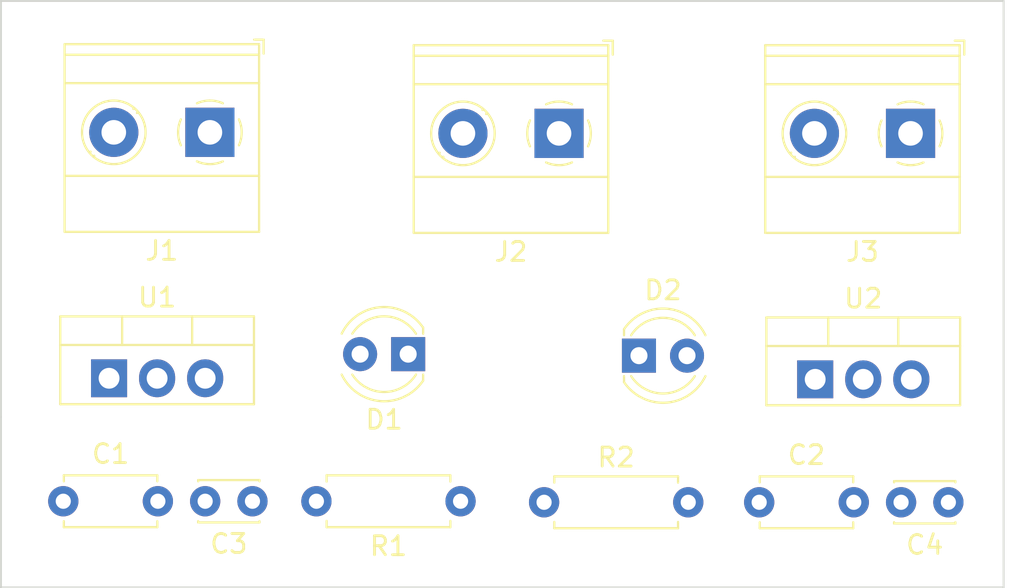
<source format=kicad_pcb>
(kicad_pcb (version 20221018) (generator pcbnew)
  (layers (0 "F.Cu" signal) (31 "B.Cu" signal) (34 "B.Paste" user) (35 "F.Paste" user) (36 "B.SilkS" user "B.Silkscreen") (37 "F.SilkS" user "F.Silkscreen") (38 "B.Mask" user) (39 "F.Mask" user) (44 "Edge.Cuts" user))
  (net 0 "")
  (net 1 "+12V")
  (net 2 "GND")
  (net 3 "/+5V_OUT")
  (net 4 "/+9V_OUT")
  (net 5 "Net-(D1-K)")
  (net 6 "Net-(D2-K)")
  (footprint "Resistor_THT:R_Axial_DIN0207_L6.3mm_D2.5mm_P7.62mm_Horizontal" (layer "F.Cu") (at 115.71 75.5)
    (fp_text reference "R2" (at 3.81 -2.37) (layer "F.SilkS"))
    (fp_text value "330R")
    (fp_line (start 0.54 -1.37) (end 7.08 -1.37) (stroke (width 0.12)) (layer "F.SilkS"))
    (fp_line (start 0.54 -1.04) (end 0.54 -1.37) (stroke (width 0.12)) (layer "F.SilkS"))
    (fp_line (start 0.54 1.04) (end 0.54 1.37) (stroke (width 0.12)) (layer "F.SilkS"))
    (fp_line (start 0.54 1.37) (end 7.08 1.37) (stroke (width 0.12)) (layer "F.SilkS"))
    (fp_line (start 7.08 -1.37) (end 7.08 -1.04) (stroke (width 0.12)) (layer "F.SilkS"))
    (fp_line (start 7.08 1.37) (end 7.08 1.04) (stroke (width 0.12)) (layer "F.SilkS"))
    (pad "1" thru_hole circle (at 0 0) (size 1.6 1.6) (drill 0.8) (layers "*.Cu" "*.Mask") (net 6 "Net-(D2-K)"))
    (pad "2" thru_hole oval (at 7.62 0) (size 1.6 1.6) (drill 0.8) (layers "*.Cu" "*.Mask") (net 2 "GND"))
  )
  (footprint "Capacitor_THT:C_Disc_D3.0mm_W2.0mm_P2.50mm" (layer "F.Cu") (at 100.295 75.445 180)
    (fp_text reference "C3" (at 1.25 -2.25) (layer "F.SilkS"))
    (fp_text value "0.1uF")
    (fp_line (start -0.37 -1.12) (end -0.37 -1.055) (stroke (width 0.12)) (layer "F.SilkS"))
    (fp_line (start -0.37 -1.12) (end 2.87 -1.12) (stroke (width 0.12)) (layer "F.SilkS"))
    (fp_line (start -0.37 1.055) (end -0.37 1.12) (stroke (width 0.12)) (layer "F.SilkS"))
    (fp_line (start -0.37 1.12) (end 2.87 1.12) (stroke (width 0.12)) (layer "F.SilkS"))
    (fp_line (start 2.87 -1.12) (end 2.87 -1.055) (stroke (width 0.12)) (layer "F.SilkS"))
    (fp_line (start 2.87 1.055) (end 2.87 1.12) (stroke (width 0.12)) (layer "F.SilkS"))
    (pad "1" thru_hole circle (at 0 0 180) (size 1.6 1.6) (drill 0.8) (layers "*.Cu" "*.Mask") (net 3 "/+5V_OUT"))
    (pad "2" thru_hole circle (at 2.5 0 180) (size 1.6 1.6) (drill 0.8) (layers "*.Cu" "*.Mask") (net 2 "GND"))
  )
  (footprint "TerminalBlock_Phoenix:TerminalBlock_Phoenix_MKDS-1,5-2-5.08_1x02_P5.08mm_Horizontal" (layer "F.Cu") (at 98.045 55.945 180)
    (fp_text reference "J1" (at 2.54 -6.26) (layer "F.SilkS"))
    (fp_text value "Screw_Terminal_01x02")
    (fp_line (start -2.84 4.16) (end -2.84 4.9) (stroke (width 0.12)) (layer "F.SilkS"))
    (fp_line (start -2.84 4.9) (end -2.34 4.9) (stroke (width 0.12)) (layer "F.SilkS"))
    (fp_line (start -2.6 -5.261) (end -2.6 4.66) (stroke (width 0.12)) (layer "F.SilkS"))
    (fp_line (start -2.6 -5.261) (end 7.68 -5.261) (stroke (width 0.12)) (layer "F.SilkS"))
    (fp_line (start -2.6 -2.301) (end 7.68 -2.301) (stroke (width 0.12)) (layer "F.SilkS"))
    (fp_line (start -2.6 2.6) (end 7.68 2.6) (stroke (width 0.12)) (layer "F.SilkS"))
    (fp_line (start -2.6 4.1) (end 7.68 4.1) (stroke (width 0.12)) (layer "F.SilkS"))
    (fp_line (start -2.6 4.66) (end 7.68 4.66) (stroke (width 0.12)) (layer "F.SilkS"))
    (fp_line (start 3.853 1.023) (end 3.806 1.069) (stroke (width 0.12)) (layer "F.SilkS"))
    (fp_line (start 4.046 1.239) (end 4.011 1.274) (stroke (width 0.12)) (layer "F.SilkS"))
    (fp_line (start 6.15 -1.275) (end 6.115 -1.239) (stroke (width 0.12)) (layer "F.SilkS"))
    (fp_line (start 6.355 -1.069) (end 6.308 -1.023) (stroke (width 0.12)) (layer "F.SilkS"))
    (fp_line (start 7.68 -5.261) (end 7.68 4.66) (stroke (width 0.12)) (layer "F.SilkS"))
    (fp_arc (start -1.535427 0.683042) (mid -1.680501 -0.000524) (end -1.535 -0.684) (stroke (width 0.12)) (layer "F.SilkS"))
    (fp_arc (start -0.683042 -1.535427) (mid 0.000524 -1.680501) (end 0.684 -1.535) (stroke (width 0.12)) (layer "F.SilkS"))
    (fp_arc (start 0.028805 1.680253) (mid -0.335551 1.646659) (end -0.684 1.535) (stroke (width 0.12)) (layer "F.SilkS"))
    (fp_arc (start 0.683318 1.534756) (mid 0.349292 1.643288) (end 0 1.68) (stroke (width 0.12)) (layer "F.SilkS"))
    (fp_arc (start 1.535427 -0.683042) (mid 1.680501 0.000524) (end 1.535 0.684) (stroke (width 0.12)) (layer "F.SilkS"))
    (fp_circle (center 5.08 0) (end 6.76 0) (stroke (width 0.12)) (fill none) (layer "F.SilkS"))
    (pad "1" thru_hole rect (at 0 0 180) (size 2.6 2.6) (drill 1.3) (layers "*.Cu" "*.Mask") (net 3 "/+5V_OUT"))
    (pad "2" thru_hole circle (at 5.08 0 180) (size 2.6 2.6) (drill 1.3) (layers "*.Cu" "*.Mask") (net 2 "GND"))
  )
  (footprint "Package_TO_SOT_THT:TO-220-3_Vertical" (layer "F.Cu") (at 92.715 68.945)
    (fp_text reference "U1" (at 2.54 -4.27) (layer "F.SilkS"))
    (fp_text value "L7805")
    (fp_line (start -2.58 -3.27) (end -2.58 1.371) (stroke (width 0.12)) (layer "F.SilkS"))
    (fp_line (start -2.58 -3.27) (end 7.66 -3.27) (stroke (width 0.12)) (layer "F.SilkS"))
    (fp_line (start -2.58 -1.76) (end 7.66 -1.76) (stroke (width 0.12)) (layer "F.SilkS"))
    (fp_line (start -2.58 1.371) (end 7.66 1.371) (stroke (width 0.12)) (layer "F.SilkS"))
    (fp_line (start 0.69 -3.27) (end 0.69 -1.76) (stroke (width 0.12)) (layer "F.SilkS"))
    (fp_line (start 4.391 -3.27) (end 4.391 -1.76) (stroke (width 0.12)) (layer "F.SilkS"))
    (fp_line (start 7.66 -3.27) (end 7.66 1.371) (stroke (width 0.12)) (layer "F.SilkS"))
    (pad "1" thru_hole rect (at 0 0) (size 1.905 2) (drill 1.1) (layers "*.Cu" "*.Mask") (net 1 "+12V"))
    (pad "2" thru_hole oval (at 2.54 0) (size 1.905 2) (drill 1.1) (layers "*.Cu" "*.Mask") (net 2 "GND"))
    (pad "3" thru_hole oval (at 5.08 0) (size 1.905 2) (drill 1.1) (layers "*.Cu" "*.Mask") (net 3 "/+5V_OUT"))
  )
  (footprint "Package_TO_SOT_THT:TO-220-3_Vertical" (layer "F.Cu") (at 130.04 69)
    (fp_text reference "U2" (at 2.54 -4.27) (layer "F.SilkS"))
    (fp_text value "L7809")
    (fp_line (start -2.58 -3.27) (end -2.58 1.371) (stroke (width 0.12)) (layer "F.SilkS"))
    (fp_line (start -2.58 -3.27) (end 7.66 -3.27) (stroke (width 0.12)) (layer "F.SilkS"))
    (fp_line (start -2.58 -1.76) (end 7.66 -1.76) (stroke (width 0.12)) (layer "F.SilkS"))
    (fp_line (start -2.58 1.371) (end 7.66 1.371) (stroke (width 0.12)) (layer "F.SilkS"))
    (fp_line (start 0.69 -3.27) (end 0.69 -1.76) (stroke (width 0.12)) (layer "F.SilkS"))
    (fp_line (start 4.391 -3.27) (end 4.391 -1.76) (stroke (width 0.12)) (layer "F.SilkS"))
    (fp_line (start 7.66 -3.27) (end 7.66 1.371) (stroke (width 0.12)) (layer "F.SilkS"))
    (pad "1" thru_hole rect (at 0 0) (size 1.905 2) (drill 1.1) (layers "*.Cu" "*.Mask") (net 1 "+12V"))
    (pad "2" thru_hole oval (at 2.54 0) (size 1.905 2) (drill 1.1) (layers "*.Cu" "*.Mask") (net 2 "GND"))
    (pad "3" thru_hole oval (at 5.08 0) (size 1.905 2) (drill 1.1) (layers "*.Cu" "*.Mask") (net 4 "/+9V_OUT"))
  )
  (footprint "LED_THT:LED_D4.0mm" (layer "F.Cu") (at 108.525 67.67 180)
    (fp_text reference "D1" (at 1.27 -3.46) (layer "F.SilkS"))
    (fp_text value "LED")
    (fp_line (start -0.79 -1.399) (end -0.79 -1.08) (stroke (width 0.12)) (layer "F.SilkS"))
    (fp_line (start -0.79 1.08) (end -0.79 1.399) (stroke (width 0.12)) (layer "F.SilkS"))
    (fp_arc (start -0.79 -1.398749) (mid 1.453519 -2.483228) (end 3.513242 -1.080724) (stroke (width 0.12)) (layer "F.SilkS"))
    (fp_arc (start -0.41333 -1.08) (mid 1.269429 -2) (end 2.952713 -1.080961) (stroke (width 0.12)) (layer "F.SilkS"))
    (fp_arc (start 2.952713 1.080961) (mid 1.269429 2) (end -0.41333 1.08) (stroke (width 0.12)) (layer "F.SilkS"))
    (fp_arc (start 3.513242 1.080724) (mid 1.453519 2.483228) (end -0.79 1.398749) (stroke (width 0.12)) (layer "F.SilkS"))
    (pad "1" thru_hole rect (at 0 0 180) (size 1.8 1.8) (drill 0.9) (layers "*.Cu" "*.Mask") (net 5 "Net-(D1-K)"))
    (pad "2" thru_hole circle (at 2.54 0 180) (size 1.8 1.8) (drill 0.9) (layers "*.Cu" "*.Mask") (net 3 "/+5V_OUT"))
  )
  (footprint "Resistor_THT:R_Axial_DIN0207_L6.3mm_D2.5mm_P7.62mm_Horizontal" (layer "F.Cu") (at 111.295 75.445 180)
    (fp_text reference "R1" (at 3.81 -2.37 180) (layer "F.SilkS"))
    (fp_text value "1k")
    (fp_line (start 0.54 -1.37) (end 7.08 -1.37) (stroke (width 0.12)) (layer "F.SilkS"))
    (fp_line (start 0.54 -1.04) (end 0.54 -1.37) (stroke (width 0.12)) (layer "F.SilkS"))
    (fp_line (start 0.54 1.04) (end 0.54 1.37) (stroke (width 0.12)) (layer "F.SilkS"))
    (fp_line (start 0.54 1.37) (end 7.08 1.37) (stroke (width 0.12)) (layer "F.SilkS"))
    (fp_line (start 7.08 -1.37) (end 7.08 -1.04) (stroke (width 0.12)) (layer "F.SilkS"))
    (fp_line (start 7.08 1.37) (end 7.08 1.04) (stroke (width 0.12)) (layer "F.SilkS"))
    (pad "1" thru_hole circle (at 0 0 180) (size 1.6 1.6) (drill 0.8) (layers "*.Cu" "*.Mask") (net 5 "Net-(D1-K)"))
    (pad "2" thru_hole oval (at 7.62 0 180) (size 1.6 1.6) (drill 0.8) (layers "*.Cu" "*.Mask") (net 2 "GND"))
  )
  (footprint "LED_THT:LED_D4.0mm" (layer "F.Cu") (at 120.725 67.75)
    (fp_text reference "D2" (at 1.27 -3.46) (layer "F.SilkS"))
    (fp_text value "LED")
    (fp_line (start -0.79 -1.399) (end -0.79 -1.08) (stroke (width 0.12)) (layer "F.SilkS"))
    (fp_line (start -0.79 1.08) (end -0.79 1.399) (stroke (width 0.12)) (layer "F.SilkS"))
    (fp_arc (start -0.79 -1.398749) (mid 1.453519 -2.483228) (end 3.513242 -1.080724) (stroke (width 0.12)) (layer "F.SilkS"))
    (fp_arc (start -0.41333 -1.08) (mid 1.269429 -2) (end 2.952713 -1.080961) (stroke (width 0.12)) (layer "F.SilkS"))
    (fp_arc (start 2.952713 1.080961) (mid 1.269429 2) (end -0.41333 1.08) (stroke (width 0.12)) (layer "F.SilkS"))
    (fp_arc (start 3.513242 1.080724) (mid 1.453519 2.483228) (end -0.79 1.398749) (stroke (width 0.12)) (layer "F.SilkS"))
    (pad "1" thru_hole rect (at 0 0) (size 1.8 1.8) (drill 0.9) (layers "*.Cu" "*.Mask") (net 6 "Net-(D2-K)"))
    (pad "2" thru_hole circle (at 2.54 0) (size 1.8 1.8) (drill 0.9) (layers "*.Cu" "*.Mask") (net 4 "/+9V_OUT"))
  )
  (footprint "TerminalBlock_Phoenix:TerminalBlock_Phoenix_MKDS-1,5-2-5.08_1x02_P5.08mm_Horizontal" (layer "F.Cu") (at 135.08 56 180)
    (fp_text reference "J3" (at 2.54 -6.26) (layer "F.SilkS"))
    (fp_text value "Screw_Terminal_01x02")
    (fp_line (start -2.84 4.16) (end -2.84 4.9) (stroke (width 0.12)) (layer "F.SilkS"))
    (fp_line (start -2.84 4.9) (end -2.34 4.9) (stroke (width 0.12)) (layer "F.SilkS"))
    (fp_line (start -2.6 -5.261) (end -2.6 4.66) (stroke (width 0.12)) (layer "F.SilkS"))
    (fp_line (start -2.6 -5.261) (end 7.68 -5.261) (stroke (width 0.12)) (layer "F.SilkS"))
    (fp_line (start -2.6 -2.301) (end 7.68 -2.301) (stroke (width 0.12)) (layer "F.SilkS"))
    (fp_line (start -2.6 2.6) (end 7.68 2.6) (stroke (width 0.12)) (layer "F.SilkS"))
    (fp_line (start -2.6 4.1) (end 7.68 4.1) (stroke (width 0.12)) (layer "F.SilkS"))
    (fp_line (start -2.6 4.66) (end 7.68 4.66) (stroke (width 0.12)) (layer "F.SilkS"))
    (fp_line (start 3.853 1.023) (end 3.806 1.069) (stroke (width 0.12)) (layer "F.SilkS"))
    (fp_line (start 4.046 1.239) (end 4.011 1.274) (stroke (width 0.12)) (layer "F.SilkS"))
    (fp_line (start 6.15 -1.275) (end 6.115 -1.239) (stroke (width 0.12)) (layer "F.SilkS"))
    (fp_line (start 6.355 -1.069) (end 6.308 -1.023) (stroke (width 0.12)) (layer "F.SilkS"))
    (fp_line (start 7.68 -5.261) (end 7.68 4.66) (stroke (width 0.12)) (layer "F.SilkS"))
    (fp_arc (start -1.535427 0.683042) (mid -1.680501 -0.000524) (end -1.535 -0.684) (stroke (width 0.12)) (layer "F.SilkS"))
    (fp_arc (start -0.683042 -1.535427) (mid 0.000524 -1.680501) (end 0.684 -1.535) (stroke (width 0.12)) (layer "F.SilkS"))
    (fp_arc (start 0.028805 1.680253) (mid -0.335551 1.646659) (end -0.684 1.535) (stroke (width 0.12)) (layer "F.SilkS"))
    (fp_arc (start 0.683318 1.534756) (mid 0.349292 1.643288) (end 0 1.68) (stroke (width 0.12)) (layer "F.SilkS"))
    (fp_arc (start 1.535427 -0.683042) (mid 1.680501 0.000524) (end 1.535 0.684) (stroke (width 0.12)) (layer "F.SilkS"))
    (fp_circle (center 5.08 0) (end 6.76 0) (stroke (width 0.12)) (fill none) (layer "F.SilkS"))
    (pad "1" thru_hole rect (at 0 0 180) (size 2.6 2.6) (drill 1.3) (layers "*.Cu" "*.Mask") (net 2 "GND"))
    (pad "2" thru_hole circle (at 5.08 0 180) (size 2.6 2.6) (drill 1.3) (layers "*.Cu" "*.Mask") (net 1 "+12V"))
  )
  (footprint "Capacitor_THT:C_Disc_D3.0mm_W2.0mm_P2.50mm" (layer "F.Cu") (at 137.08 75.5 180)
    (fp_text reference "C4" (at 1.25 -2.25) (layer "F.SilkS"))
    (fp_text value "0.1uF")
    (fp_line (start -0.37 -1.12) (end -0.37 -1.055) (stroke (width 0.12)) (layer "F.SilkS"))
    (fp_line (start -0.37 -1.12) (end 2.87 -1.12) (stroke (width 0.12)) (layer "F.SilkS"))
    (fp_line (start -0.37 1.055) (end -0.37 1.12) (stroke (width 0.12)) (layer "F.SilkS"))
    (fp_line (start -0.37 1.12) (end 2.87 1.12) (stroke (width 0.12)) (layer "F.SilkS"))
    (fp_line (start 2.87 -1.12) (end 2.87 -1.055) (stroke (width 0.12)) (layer "F.SilkS"))
    (fp_line (start 2.87 1.055) (end 2.87 1.12) (stroke (width 0.12)) (layer "F.SilkS"))
    (pad "1" thru_hole circle (at 0 0 180) (size 1.6 1.6) (drill 0.8) (layers "*.Cu" "*.Mask") (net 4 "/+9V_OUT"))
    (pad "2" thru_hole circle (at 2.5 0 180) (size 1.6 1.6) (drill 0.8) (layers "*.Cu" "*.Mask") (net 2 "GND"))
  )
  (footprint "Capacitor_THT:C_Disc_D4.7mm_W2.5mm_P5.00mm" (layer "F.Cu") (at 90.295 75.445)
    (fp_text reference "C1" (at 2.5 -2.5) (layer "F.SilkS"))
    (fp_text value "0.33uF")
    (fp_line (start 0.03 -1.37) (end 0.03 -1.055) (stroke (width 0.12)) (layer "F.SilkS"))
    (fp_line (start 0.03 -1.37) (end 4.97 -1.37) (stroke (width 0.12)) (layer "F.SilkS"))
    (fp_line (start 0.03 1.055) (end 0.03 1.37) (stroke (width 0.12)) (layer "F.SilkS"))
    (fp_line (start 0.03 1.37) (end 4.97 1.37) (stroke (width 0.12)) (layer "F.SilkS"))
    (fp_line (start 4.97 -1.37) (end 4.97 -1.055) (stroke (width 0.12)) (layer "F.SilkS"))
    (fp_line (start 4.97 1.055) (end 4.97 1.37) (stroke (width 0.12)) (layer "F.SilkS"))
    (pad "1" thru_hole circle (at 0 0) (size 1.6 1.6) (drill 0.8) (layers "*.Cu" "*.Mask") (net 1 "+12V"))
    (pad "2" thru_hole circle (at 5 0) (size 1.6 1.6) (drill 0.8) (layers "*.Cu" "*.Mask") (net 2 "GND"))
  )
  (footprint "Capacitor_THT:C_Disc_D4.7mm_W2.5mm_P5.00mm" (layer "F.Cu") (at 127.08 75.5)
    (fp_text reference "C2" (at 2.5 -2.5) (layer "F.SilkS"))
    (fp_text value "0.33uF")
    (fp_line (start 0.03 -1.37) (end 0.03 -1.055) (stroke (width 0.12)) (layer "F.SilkS"))
    (fp_line (start 0.03 -1.37) (end 4.97 -1.37) (stroke (width 0.12)) (layer "F.SilkS"))
    (fp_line (start 0.03 1.055) (end 0.03 1.37) (stroke (width 0.12)) (layer "F.SilkS"))
    (fp_line (start 0.03 1.37) (end 4.97 1.37) (stroke (width 0.12)) (layer "F.SilkS"))
    (fp_line (start 4.97 -1.37) (end 4.97 -1.055) (stroke (width 0.12)) (layer "F.SilkS"))
    (fp_line (start 4.97 1.055) (end 4.97 1.37) (stroke (width 0.12)) (layer "F.SilkS"))
    (pad "1" thru_hole circle (at 0 0) (size 1.6 1.6) (drill 0.8) (layers "*.Cu" "*.Mask") (net 1 "+12V"))
    (pad "2" thru_hole circle (at 5 0) (size 1.6 1.6) (drill 0.8) (layers "*.Cu" "*.Mask") (net 2 "GND"))
  )
  (footprint "TerminalBlock_Phoenix:TerminalBlock_Phoenix_MKDS-1,5-2-5.08_1x02_P5.08mm_Horizontal" (layer "F.Cu") (at 116.5 56 180)
    (fp_text reference "J2" (at 2.54 -6.26) (layer "F.SilkS"))
    (fp_text value "Screw_Terminal_01x02")
    (fp_line (start -2.84 4.16) (end -2.84 4.9) (stroke (width 0.12)) (layer "F.SilkS"))
    (fp_line (start -2.84 4.9) (end -2.34 4.9) (stroke (width 0.12)) (layer "F.SilkS"))
    (fp_line (start -2.6 -5.261) (end -2.6 4.66) (stroke (width 0.12)) (layer "F.SilkS"))
    (fp_line (start -2.6 -5.261) (end 7.68 -5.261) (stroke (width 0.12)) (layer "F.SilkS"))
    (fp_line (start -2.6 -2.301) (end 7.68 -2.301) (stroke (width 0.12)) (layer "F.SilkS"))
    (fp_line (start -2.6 2.6) (end 7.68 2.6) (stroke (width 0.12)) (layer "F.SilkS"))
    (fp_line (start -2.6 4.1) (end 7.68 4.1) (stroke (width 0.12)) (layer "F.SilkS"))
    (fp_line (start -2.6 4.66) (end 7.68 4.66) (stroke (width 0.12)) (layer "F.SilkS"))
    (fp_line (start 3.853 1.023) (end 3.806 1.069) (stroke (width 0.12)) (layer "F.SilkS"))
    (fp_line (start 4.046 1.239) (end 4.011 1.274) (stroke (width 0.12)) (layer "F.SilkS"))
    (fp_line (start 6.15 -1.275) (end 6.115 -1.239) (stroke (width 0.12)) (layer "F.SilkS"))
    (fp_line (start 6.355 -1.069) (end 6.308 -1.023) (stroke (width 0.12)) (layer "F.SilkS"))
    (fp_line (start 7.68 -5.261) (end 7.68 4.66) (stroke (width 0.12)) (layer "F.SilkS"))
    (fp_arc (start -1.535427 0.683042) (mid -1.680501 -0.000524) (end -1.535 -0.684) (stroke (width 0.12)) (layer "F.SilkS"))
    (fp_arc (start -0.683042 -1.535427) (mid 0.000524 -1.680501) (end 0.684 -1.535) (stroke (width 0.12)) (layer "F.SilkS"))
    (fp_arc (start 0.028805 1.680253) (mid -0.335551 1.646659) (end -0.684 1.535) (stroke (width 0.12)) (layer "F.SilkS"))
    (fp_arc (start 0.683318 1.534756) (mid 0.349292 1.643288) (end 0 1.68) (stroke (width 0.12)) (layer "F.SilkS"))
    (fp_arc (start 1.535427 -0.683042) (mid 1.680501 0.000524) (end 1.535 0.684) (stroke (width 0.12)) (layer "F.SilkS"))
    (fp_circle (center 5.08 0) (end 6.76 0) (stroke (width 0.12)) (fill none) (layer "F.SilkS"))
    (pad "1" thru_hole rect (at 0 0 180) (size 2.6 2.6) (drill 1.3) (layers "*.Cu" "*.Mask") (net 4 "/+9V_OUT"))
    (pad "2" thru_hole circle (at 5.08 0 180) (size 2.6 2.6) (drill 1.3) (layers "*.Cu" "*.Mask") (net 2 "GND"))
  )
  (gr_line (start 140 49) (end 140 80) (stroke (width 0.1)) (layer "Edge.Cuts"))
  (gr_line (start 140 80) (end 87 80) (stroke (width 0.1)) (layer "Edge.Cuts"))
  (gr_line (start 87 80) (end 87 71) (stroke (width 0.1)) (layer "Edge.Cuts"))
  (gr_line (start 87 49) (end 140 49) (stroke (width 0.1)) (layer "Edge.Cuts"))
  (gr_line (start 87 71) (end 87 49) (stroke (width 0.1)) (layer "Edge.Cuts"))
)
</source>
